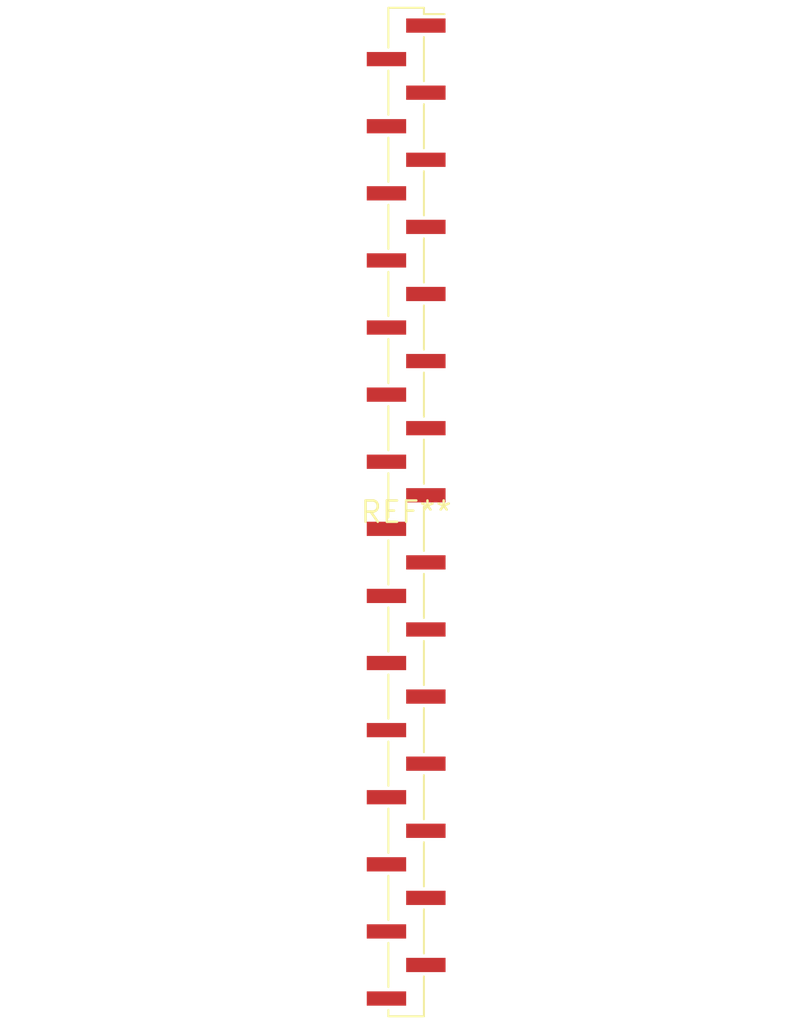
<source format=kicad_pcb>
(kicad_pcb (version 20240108) (generator pcbnew)
  (layers (0 "F.Cu" signal) (31 "B.Cu" signal) (34 "B.Paste" user) (35 "F.Paste" user) (36 "B.SilkS" user "B.Silkscreen") (37 "F.SilkS" user "F.Silkscreen") (38 "B.Mask" user) (39 "F.Mask" user) (44 "Edge.Cuts" user))
  (net 0 "")
  (footprint "PinHeader_1x30_P2.00mm_Vertical_SMD_Pin1Right" (layer "F.Cu") (at 0 0)
    (property "Reference" "REF**")
    (property "Value" "PinHeader_1x30_P2.00mm_Vertical_SMD_Pin1Right")
    (fp_line (start -1.06 -30.06) (end -1.06 -27.685) (layer "F.SilkS") (stroke (width 0.12)))
    (fp_line (start -1.06 -30.06) (end 1.06 -30.06) (layer "F.SilkS") (stroke (width 0.12)))
    (fp_line (start -1.06 -26.315) (end -1.06 -23.685) (layer "F.SilkS") (stroke (width 0.12)))
    (fp_line (start -1.06 -22.315) (end -1.06 -19.685) (layer "F.SilkS") (stroke (width 0.12)))
    (fp_line (start -1.06 -18.315) (end -1.06 -15.685) (layer "F.SilkS") (stroke (width 0.12)))
    (fp_line (start -1.06 -14.315) (end -1.06 -11.685) (layer "F.SilkS") (stroke (width 0.12)))
    (fp_line (start -1.06 -10.315) (end -1.06 -7.685) (layer "F.SilkS") (stroke (width 0.12)))
    (fp_line (start -1.06 -6.315) (end -1.06 -3.685) (layer "F.SilkS") (stroke (width 0.12)))
    (fp_line (start -1.06 -2.315) (end -1.06 0.315) (layer "F.SilkS") (stroke (width 0.12)))
    (fp_line (start -1.06 1.685) (end -1.06 4.315) (layer "F.SilkS") (stroke (width 0.12)))
    (fp_line (start -1.06 5.685) (end -1.06 8.315) (layer "F.SilkS") (stroke (width 0.12)))
    (fp_line (start -1.06 9.685) (end -1.06 12.315) (layer "F.SilkS") (stroke (width 0.12)))
    (fp_line (start -1.06 13.685) (end -1.06 16.315) (layer "F.SilkS") (stroke (width 0.12)))
    (fp_line (start -1.06 17.685) (end -1.06 20.315) (layer "F.SilkS") (stroke (width 0.12)))
    (fp_line (start -1.06 21.685) (end -1.06 24.315) (layer "F.SilkS") (stroke (width 0.12)))
    (fp_line (start -1.06 25.685) (end -1.06 28.315) (layer "F.SilkS") (stroke (width 0.12)))
    (fp_line (start -1.06 29.685) (end -1.06 30.06) (layer "F.SilkS") (stroke (width 0.12)))
    (fp_line (start -1.06 30.06) (end 1.06 30.06) (layer "F.SilkS") (stroke (width 0.12)))
    (fp_line (start 1.06 -30.06) (end 1.06 -29.685) (layer "F.SilkS") (stroke (width 0.12)))
    (fp_line (start 1.06 -29.685) (end 2.29 -29.685) (layer "F.SilkS") (stroke (width 0.12)))
    (fp_line (start 1.06 -28.315) (end 1.06 -25.685) (layer "F.SilkS") (stroke (width 0.12)))
    (fp_line (start 1.06 -24.315) (end 1.06 -21.685) (layer "F.SilkS") (stroke (width 0.12)))
    (fp_line (start 1.06 -20.315) (end 1.06 -17.685) (layer "F.SilkS") (stroke (width 0.12)))
    (fp_line (start 1.06 -16.315) (end 1.06 -13.685) (layer "F.SilkS") (stroke (width 0.12)))
    (fp_line (start 1.06 -12.315) (end 1.06 -9.685) (layer "F.SilkS") (stroke (width 0.12)))
    (fp_line (start 1.06 -8.315) (end 1.06 -5.685) (layer "F.SilkS") (stroke (width 0.12)))
    (fp_line (start 1.06 -4.315) (end 1.06 -1.685) (layer "F.SilkS") (stroke (width 0.12)))
    (fp_line (start 1.06 -0.315) (end 1.06 2.315) (layer "F.SilkS") (stroke (width 0.12)))
    (fp_line (start 1.06 3.685) (end 1.06 6.315) (layer "F.SilkS") (stroke (width 0.12)))
    (fp_line (start 1.06 7.685) (end 1.06 10.315) (layer "F.SilkS") (stroke (width 0.12)))
    (fp_line (start 1.06 11.685) (end 1.06 14.315) (layer "F.SilkS") (stroke (width 0.12)))
    (fp_line (start 1.06 15.685) (end 1.06 18.315) (layer "F.SilkS") (stroke (width 0.12)))
    (fp_line (start 1.06 19.685) (end 1.06 22.315) (layer "F.SilkS") (stroke (width 0.12)))
    (fp_line (start 1.06 23.685) (end 1.06 26.315) (layer "F.SilkS") (stroke (width 0.12)))
    (fp_line (start 1.06 27.685) (end 1.06 30.06) (layer "F.SilkS") (stroke (width 0.12)))
    (pad "1" smd rect (at 1.175 -29) (size 2.35 0.85) (layers "F.Cu" "F.Paste" "F.Mask"))
    (pad "2" smd rect (at -1.175 -27) (size 2.35 0.85) (layers "F.Cu" "F.Paste" "F.Mask"))
    (pad "3" smd rect (at 1.175 -25) (size 2.35 0.85) (layers "F.Cu" "F.Paste" "F.Mask"))
    (pad "4" smd rect (at -1.175 -23) (size 2.35 0.85) (layers "F.Cu" "F.Paste" "F.Mask"))
    (pad "5" smd rect (at 1.175 -21) (size 2.35 0.85) (layers "F.Cu" "F.Paste" "F.Mask"))
    (pad "6" smd rect (at -1.175 -19) (size 2.35 0.85) (layers "F.Cu" "F.Paste" "F.Mask"))
    (pad "7" smd rect (at 1.175 -17) (size 2.35 0.85) (layers "F.Cu" "F.Paste" "F.Mask"))
    (pad "8" smd rect (at -1.175 -15) (size 2.35 0.85) (layers "F.Cu" "F.Paste" "F.Mask"))
    (pad "9" smd rect (at 1.175 -13) (size 2.35 0.85) (layers "F.Cu" "F.Paste" "F.Mask"))
    (pad "10" smd rect (at -1.175 -11) (size 2.35 0.85) (layers "F.Cu" "F.Paste" "F.Mask"))
    (pad "11" smd rect (at 1.175 -9) (size 2.35 0.85) (layers "F.Cu" "F.Paste" "F.Mask"))
    (pad "12" smd rect (at -1.175 -7) (size 2.35 0.85) (layers "F.Cu" "F.Paste" "F.Mask"))
    (pad "13" smd rect (at 1.175 -5) (size 2.35 0.85) (layers "F.Cu" "F.Paste" "F.Mask"))
    (pad "14" smd rect (at -1.175 -3) (size 2.35 0.85) (layers "F.Cu" "F.Paste" "F.Mask"))
    (pad "15" smd rect (at 1.175 -1) (size 2.35 0.85) (layers "F.Cu" "F.Paste" "F.Mask"))
    (pad "16" smd rect (at -1.175 1) (size 2.35 0.85) (layers "F.Cu" "F.Paste" "F.Mask"))
    (pad "17" smd rect (at 1.175 3) (size 2.35 0.85) (layers "F.Cu" "F.Paste" "F.Mask"))
    (pad "18" smd rect (at -1.175 5) (size 2.35 0.85) (layers "F.Cu" "F.Paste" "F.Mask"))
    (pad "19" smd rect (at 1.175 7) (size 2.35 0.85) (layers "F.Cu" "F.Paste" "F.Mask"))
    (pad "20" smd rect (at -1.175 9) (size 2.35 0.85) (layers "F.Cu" "F.Paste" "F.Mask"))
    (pad "21" smd rect (at 1.175 11) (size 2.35 0.85) (layers "F.Cu" "F.Paste" "F.Mask"))
    (pad "22" smd rect (at -1.175 13) (size 2.35 0.85) (layers "F.Cu" "F.Paste" "F.Mask"))
    (pad "23" smd rect (at 1.175 15) (size 2.35 0.85) (layers "F.Cu" "F.Paste" "F.Mask"))
    (pad "24" smd rect (at -1.175 17) (size 2.35 0.85) (layers "F.Cu" "F.Paste" "F.Mask"))
    (pad "25" smd rect (at 1.175 19) (size 2.35 0.85) (layers "F.Cu" "F.Paste" "F.Mask"))
    (pad "26" smd rect (at -1.175 21) (size 2.35 0.85) (layers "F.Cu" "F.Paste" "F.Mask"))
    (pad "27" smd rect (at 1.175 23) (size 2.35 0.85) (layers "F.Cu" "F.Paste" "F.Mask"))
    (pad "28" smd rect (at -1.175 25) (size 2.35 0.85) (layers "F.Cu" "F.Paste" "F.Mask"))
    (pad "29" smd rect (at 1.175 27) (size 2.35 0.85) (layers "F.Cu" "F.Paste" "F.Mask"))
    (pad "30" smd rect (at -1.175 29) (size 2.35 0.85) (layers "F.Cu" "F.Paste" "F.Mask"))
  )
)
</source>
